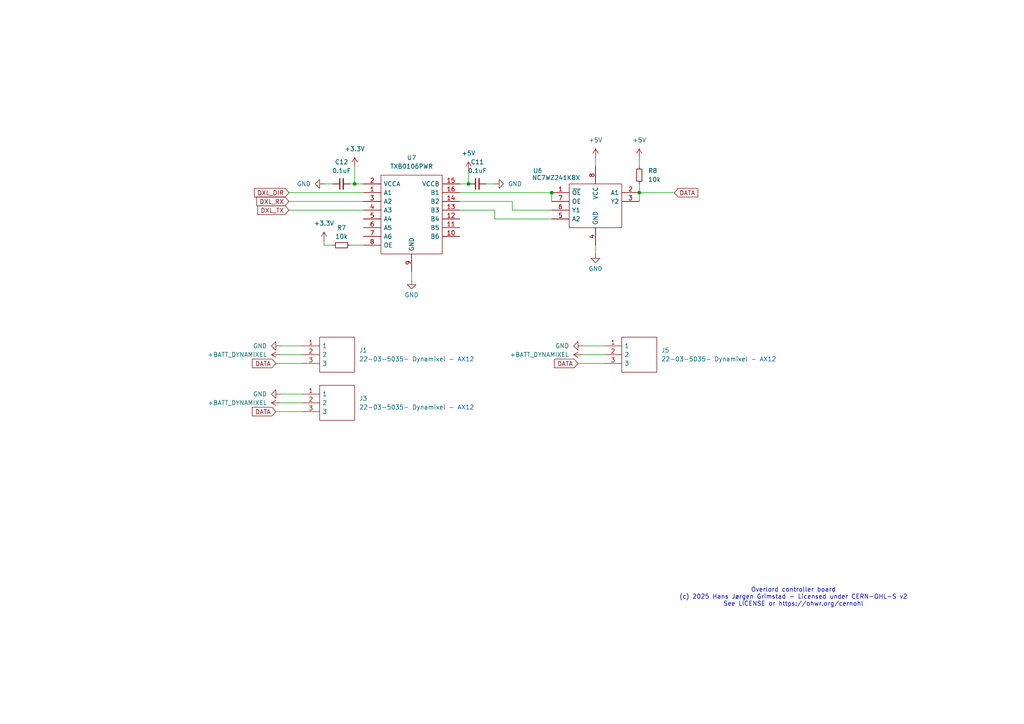
<source format=kicad_sch>
(kicad_sch (version 20231120) (generator "eeschema") (generator_version "8.0")
  (paper "A4")
  (title_block (title "Dynamixel"))
  (lib_symbols
    (symbol "Device:C_Small" (pin_numbers hide) (pin_names (offset 0.254) hide)
      (property "Reference" "C" (at 0.254 1.778 0))
      (property "Value" "C_Small" (at 0.254 -2.032 0))
      (symbol "C_Small_0_1"
        (polyline (pts (xy -1.524 -0.508) (xy 1.524 -0.508)) (stroke (width 0.3302)))
        (polyline (pts (xy -1.524 0.508) (xy 1.524 0.508)) (stroke (width 0.3048)))
      )
      (symbol "C_Small_1_1"
        (pin passive line (at 0 2.54 270) (length 2.032) (name "~") (number "1"))
        (pin passive line (at 0 -2.54 90) (length 2.032) (name "~") (number "2"))
      )
    )
    (symbol "Device:R_Small" (pin_numbers hide) (pin_names (offset 0.254) hide)
      (property "Reference" "R" (at 0.762 0.508 0))
      (property "Value" "R_Small" (at 0.762 -1.016 0))
      (symbol "R_Small_0_1"
        (rectangle (start -0.762 1.778) (end 0.762 -1.778) (stroke (width 0.2032)))
      )
      (symbol "R_Small_1_1"
        (pin passive line (at 0 2.54 270) (length 0.762) (name "~") (number "1"))
        (pin passive line (at 0 -2.54 90) (length 0.762) (name "~") (number "2"))
      )
    )
    (symbol "TimeExpander_sym:22-03-5035- Dynamixel - AX12" (pin_names (offset 0.762))
      (property "Reference" "J" (at 16.51 7.62 0))
      (property "Value" "22-03-5035- Dynamixel - AX12" (at 16.51 5.08 0))
      (symbol "22-03-5035- Dynamixel - AX12_0_0"
        (pin passive line (at 0 0 0) (length 5.08) (name "1") (number "1"))
        (pin passive line (at 0 -2.54 0) (length 5.08) (name "2") (number "2"))
        (pin passive line (at 0 -5.08 0) (length 5.08) (name "3") (number "3"))
      )
      (symbol "22-03-5035- Dynamixel - AX12_0_1"
        (polyline (pts (xy 5.08 2.54) (xy 15.24 2.54) (xy 15.24 -7.62) (xy 5.08 -7.62) (xy 5.08 2.54)) (stroke (width 0.1524)))
      )
    )
    (symbol "TimeExpander_sym:NC7WZ241K8X" (pin_names (offset 0.762))
      (property "Reference" "IC1" (at -4.064 6.35 0))
      (property "Value" "NC7WZ241K8X" (at 1.27 4.318 0))
      (symbol "NC7WZ241K8X_0_0"
        (pin passive line (at 0 0 0) (length 5.08) (name "~{OE}") (number "1"))
        (pin passive line (at 25.4 0 180) (length 5.08) (name "A1") (number "2"))
        (pin passive line (at 25.4 -2.54 180) (length 5.08) (name "Y2") (number "3"))
        (pin passive line (at 12.7 -15.24 90) (length 5.08) (name "GND") (number "4"))
        (pin passive line (at 0 -7.62 0) (length 5.08) (name "A2") (number "5"))
        (pin passive line (at 0 -5.08 0) (length 5.08) (name "Y1") (number "6"))
        (pin passive line (at 0 -2.54 0) (length 5.08) (name "OE") (number "7"))
        (pin passive line (at 12.7 7.62 270) (length 5.08) (name "VCC") (number "8"))
      )
      (symbol "NC7WZ241K8X_0_1"
        (polyline (pts (xy 5.08 2.54) (xy 20.32 2.54) (xy 20.32 -10.16) (xy 5.08 -10.16) (xy 5.08 2.54)) (stroke (width 0.1524)))
      )
    )
    (symbol "TimeExpander_sym:TXB0106PWR" (pin_names (offset 0.762))
      (property "Reference" "U7" (at 13.97 7.62 0))
      (property "Value" "TXB0106PWR" (at 13.97 5.08 0))
      (symbol "TXB0106PWR_0_0"
        (pin passive line (at 0 -2.54 0) (length 5.08) (name "A1") (number "1"))
        (pin passive line (at 27.94 -15.24 180) (length 5.08) (name "B6") (number "10"))
        (pin passive line (at 27.94 -12.7 180) (length 5.08) (name "B5") (number "11"))
        (pin passive line (at 27.94 -10.16 180) (length 5.08) (name "B4") (number "12"))
        (pin passive line (at 27.94 -7.62 180) (length 5.08) (name "B3") (number "13"))
        (pin passive line (at 27.94 -5.08 180) (length 5.08) (name "B2") (number "14"))
        (pin passive line (at 27.94 0 180) (length 5.08) (name "VCCB") (number "15"))
        (pin passive line (at 27.94 -2.54 180) (length 5.08) (name "B1") (number "16"))
        (pin passive line (at 0 0 0) (length 5.08) (name "VCCA") (number "2"))
        (pin passive line (at 0 -5.08 0) (length 5.08) (name "A2") (number "3"))
        (pin passive line (at 0 -7.62 0) (length 5.08) (name "A3") (number "4"))
        (pin passive line (at 0 -10.16 0) (length 5.08) (name "A4") (number "5"))
        (pin passive line (at 0 -12.7 0) (length 5.08) (name "A5") (number "6"))
        (pin passive line (at 0 -15.24 0) (length 5.08) (name "A6") (number "7"))
        (pin passive line (at 0 -17.78 0) (length 5.08) (name "OE") (number "8"))
        (pin passive line (at 13.97 -25.4 90) (length 5.08) (name "GND") (number "9"))
      )
      (symbol "TXB0106PWR_0_1"
        (polyline (pts (xy 5.08 2.54) (xy 22.86 2.54) (xy 22.86 -20.32) (xy 5.08 -20.32) (xy 5.08 2.54)) (stroke (width 0.1524)))
      )
    )
    (symbol "power:+3.3V" (power) (pin_numbers hide) (pin_names (offset 0) hide)
      (property "Value" "+3.3V" (at 0 3.556 0))
      (symbol "+3.3V_0_1"
        (polyline (pts (xy -0.762 1.27) (xy 0 2.54)))
        (polyline (pts (xy 0 0) (xy 0 2.54)))
        (polyline (pts (xy 0 2.54) (xy 0.762 1.27)))
      )
      (symbol "+3.3V_1_1"
        (pin power_in line (at 0 0 90) (length 0) (name "~") (number "1"))
      )
    )
    (symbol "power:+5V" (power) (pin_numbers hide) (pin_names (offset 0) hide)
      (property "Value" "+5V" (at 0 3.556 0))
      (symbol "+5V_0_1"
        (polyline (pts (xy -0.762 1.27) (xy 0 2.54)))
        (polyline (pts (xy 0 0) (xy 0 2.54)))
        (polyline (pts (xy 0 2.54) (xy 0.762 1.27)))
      )
      (symbol "+5V_1_1"
        (pin power_in line (at 0 0 90) (length 0) (name "~") (number "1"))
      )
    )
    (symbol "power:+BATT" (power) (pin_numbers hide) (pin_names (offset 0) hide)
      (property "Value" "+BATT" (at 0 3.556 0))
      (symbol "+BATT_0_1"
        (polyline (pts (xy -0.762 1.27) (xy 0 2.54)))
        (polyline (pts (xy 0 0) (xy 0 2.54)))
        (polyline (pts (xy 0 2.54) (xy 0.762 1.27)))
      )
      (symbol "+BATT_1_1"
        (pin power_in line (at 0 0 90) (length 0) (name "~") (number "1"))
      )
    )
    (symbol "power:GND" (power) (pin_numbers hide) (pin_names (offset 0) hide)
      (property "Value" "GND" (at 0 -3.81 0))
      (symbol "GND_0_1"
        (polyline (pts (xy 0 0) (xy 0 -1.27) (xy 1.27 -1.27) (xy 0 -2.54) (xy -1.27 -1.27) (xy 0 -1.27)))
      )
      (symbol "GND_1_1"
        (pin power_in line (at 0 0 270) (length 0) (name "~") (number "1"))
      )
    )
  )
  (junction (at 135.89 53.34))
  (junction (at 185.42 55.88))
  (junction (at 160.02 55.88))
  (junction (at 102.87 53.34))
  (wire (pts (xy 102.87 48.26) (xy 102.87 53.34)))
  (wire (pts (xy 168.91 100.33) (xy 175.26 100.33)))
  (wire (pts (xy 119.38 78.74) (xy 119.38 81.28)))
  (wire (pts (xy 160.02 63.5) (xy 143.51 63.5)))
  (wire (pts (xy 140.97 53.34) (xy 143.51 53.34)))
  (wire (pts (xy 167.64 105.41) (xy 175.26 105.41)))
  (wire (pts (xy 102.87 53.34) (xy 105.41 53.34)))
  (wire (pts (xy 172.72 45.72) (xy 172.72 48.26)))
  (wire (pts (xy 83.82 58.42) (xy 105.41 58.42)))
  (wire (pts (xy 83.82 60.96) (xy 105.41 60.96)))
  (wire (pts (xy 83.82 55.88) (xy 105.41 55.88)))
  (wire (pts (xy 133.35 55.88) (xy 160.02 55.88)))
  (wire (pts (xy 93.98 71.12) (xy 93.98 69.85)))
  (wire (pts (xy 160.02 55.88) (xy 160.02 58.42)))
  (wire (pts (xy 160.02 60.96) (xy 148.59 60.96)))
  (wire (pts (xy 101.6 53.34) (xy 102.87 53.34)))
  (wire (pts (xy 80.01 119.38) (xy 87.63 119.38)))
  (wire (pts (xy 81.28 114.3) (xy 87.63 114.3)))
  (wire (pts (xy 185.42 45.72) (xy 185.42 48.26)))
  (wire (pts (xy 93.98 53.34) (xy 96.52 53.34)))
  (wire (pts (xy 135.89 49.53) (xy 135.89 53.34)))
  (wire (pts (xy 185.42 55.88) (xy 185.42 58.42)))
  (wire (pts (xy 148.59 60.96) (xy 148.59 58.42)))
  (wire (pts (xy 133.35 53.34) (xy 135.89 53.34)))
  (wire (pts (xy 81.28 116.84) (xy 87.63 116.84)))
  (wire (pts (xy 148.59 58.42) (xy 133.35 58.42)))
  (wire (pts (xy 185.42 53.34) (xy 185.42 55.88)))
  (wire (pts (xy 81.28 102.87) (xy 87.63 102.87)))
  (wire (pts (xy 143.51 63.5) (xy 143.51 60.96)))
  (wire (pts (xy 185.42 55.88) (xy 195.58 55.88)))
  (wire (pts (xy 81.28 100.33) (xy 87.63 100.33)))
  (wire (pts (xy 143.51 60.96) (xy 133.35 60.96)))
  (wire (pts (xy 172.72 71.12) (xy 172.72 73.66)))
  (wire (pts (xy 101.6 71.12) (xy 105.41 71.12)))
  (wire (pts (xy 96.52 71.12) (xy 93.98 71.12)))
  (wire (pts (xy 168.91 102.87) (xy 175.26 102.87)))
  (wire (pts (xy 80.01 105.41) (xy 87.63 105.41)))
  (text "Overlord controller board\n(c) 2025 Hans Jørgen Grimstad - Licensed under CERN-OHL-S v2\nSee LICENSE or https://ohwr.org/cernohl" (at 230.124 173.228 0) (effects (font (size 1.27 1.27))))
  (global_label "DXL_RX" (shape input) (at 83.82 58.42 180) (property "Intersheetrefs" "${INTERSHEET_REFS}" (effects (hide yes))))
  (global_label "DATA" (shape input) (at 80.01 105.41 180) (property "Intersheetrefs" "${INTERSHEET_REFS}" (effects (hide yes))))
  (global_label "DXL_DIR" (shape input) (at 83.82 55.88 180) (property "Intersheetrefs" "${INTERSHEET_REFS}" (effects (hide yes))))
  (global_label "DATA" (shape input) (at 195.58 55.88 0) (property "Intersheetrefs" "${INTERSHEET_REFS}" (effects (hide yes))))
  (global_label "DXL_TX" (shape input) (at 83.82 60.96 180) (property "Intersheetrefs" "${INTERSHEET_REFS}" (effects (hide yes))))
  (global_label "DATA" (shape input) (at 167.64 105.41 180) (property "Intersheetrefs" "${INTERSHEET_REFS}" (effects (hide yes))))
  (global_label "DATA" (shape input) (at 80.01 119.38 180) (property "Intersheetrefs" "${INTERSHEET_REFS}" (effects (hide yes))))
  (symbol (lib_id "power:+5V") (at 172.72 45.72 0) (unit 1)
    (property "Reference" "#PWR043" (effects (hide yes)))
    (property "Value" "+5V" (at 172.72 40.64 0))
    (property "Description" "Power symbol creates a global label with name \"+5V\"" (effects (hide yes)))
  )
  (symbol (lib_id "Device:R_Small") (at 99.06 71.12 90) (unit 1)
    (property "Reference" "R7" (at 99.06 66.04 90))
    (property "Value" "10k" (at 99.06 68.58 90))
    (property "Footprint" "Resistor_SMD:R_0402_1005Metric" (effects (hide yes)))
    (property "Description" "Resistor, small symbol" (effects (hide yes)))
  )
  (symbol (lib_id "power:+3.3V") (at 102.87 48.26 0) (unit 1)
    (property "Reference" "#PWR048" (effects (hide yes)))
    (property "Value" "+3.3V" (at 102.87 43.18 0))
    (property "Description" "Power symbol creates a global label with name \"+3.3V\"" (effects (hide yes)))
  )
  (symbol (lib_id "Device:C_Small") (at 99.06 53.34 90) (unit 1)
    (property "Reference" "C12" (at 99.0663 46.99 90))
    (property "Value" "0.1uF" (at 99.0663 49.53 90))
    (property "Footprint" "Capacitor_SMD:C_0603_1608Metric" (effects (hide yes)))
    (property "Description" "Unpolarized capacitor, small symbol" (effects (hide yes)))
  )
  (symbol (lib_id "power:GND") (at 81.28 100.33 270) (unit 1)
    (property "Reference" "#PWR021" (effects (hide yes)))
    (property "Value" "GND" (at 77.47 100.3299 90) (effects (justify right)))
    (property "Description" "Power symbol creates a global label with name \"GND\" , ground" (effects (hide yes)))
  )
  (symbol (lib_id "power:+BATT") (at 81.28 116.84 90) (unit 1)
    (property "Reference" "#PWR036" (effects (hide yes)))
    (property "Value" "+BATT_DYNAMIXEL" (at 77.47 116.8399 90) (effects (justify left)))
    (property "Description" "Power symbol creates a global label with name \"+BATT\"" (effects (hide yes)))
  )
  (symbol (lib_id "TimeExpander_sym:TXB0106PWR") (at 105.41 53.34 0) (unit 1)
    (property "Reference" "U7" (at 119.38 45.72 0))
    (property "Value" "TXB0106PWR" (at 119.38 48.26 0))
    (property "Footprint" "TimeExpander:SOP65P640X120-16N" (effects (hide yes)))
    (property "Datasheet" "http://www.ti.com/lit/ds/symlink/txb0106.pdf" (effects (hide yes)))
    (property "Description" "6-Bit Bidirectional Voltage-Level Translator with Auto Direction Sensing and +/-15-kV ESD Protect" (effects (hide yes)))
    (property "Description_1" "6-Bit Bidirectional Voltage-Level Translator with Auto Direction Sensing and +/-15-kV ESD Protect" (effects (hide yes)))
    (property "Height" "1.2" (effects (hide yes)))
    (property "Mouser Part Number" "595-TXB0106PWR" (effects (hide yes)))
    (property "Mouser Price/Stock" "https://www.mouser.co.uk/ProductDetail/Texas-Instruments/TXB0106PWR?qs=nRD1PKnFC2EFAtrwfAB%2F4Q%3D%3D" (effects (hide yes)))
    (property "Manufacturer_Name" "Texas Instruments" (effects (hide yes)))
    (property "Manufacturer_Part_Number" "TXB0106PWR" (effects (hide yes)))
  )
  (symbol (lib_id "TimeExpander_sym:22-03-5035- Dynamixel - AX12") (at 175.26 100.33 0) (unit 1)
    (property "Reference" "J5" (at 191.77 101.5999 0) (effects (justify left)))
    (property "Value" "22-03-5035- Dynamixel - AX12" (at 191.77 104.1399 0) (effects (justify left)))
    (property "Footprint" "TimeExpander:SHDR3W60P0X250_1X3_990X490X590P" (effects (hide yes)))
    (property "Datasheet" "http://www.molex.com/pdm_docs/sd/022035035_sd.pdf" (effects (hide yes)))
    (property "Description" "Header 2.5mm SPOX,WTB,vert, shrouded, 3w Molex SPOX Series, Series Number 5267, 2.5mm Pitch 3 Way 1 Row Straight PCB Header, Solder Termination, 3A" (effects (hide yes)))
    (property "Description_1" "Header 2.5mm SPOX,WTB,vert, shrouded, 3w Molex SPOX Series, Series Number 5267, 2.5mm Pitch 3 Way 1 Row Straight PCB Header, Solder Termination, 3A" (effects (hide yes)))
    (property "Height" "5.9" (effects (hide yes)))
    (property "Mouser Part Number" "538-22-03-5035" (effects (hide yes)))
    (property "Mouser Price/Stock" "https://www.mouser.co.uk/ProductDetail/Molex/22-03-5035?qs=VKrXD49J9Ep%252Bv2WwbOoiPA%3D%3D" (effects (hide yes)))
    (property "Manufacturer_Name" "Molex" (effects (hide yes)))
    (property "Manufacturer_Part_Number" "22-03-5035" (effects (hide yes)))
  )
  (symbol (lib_id "power:GND") (at 143.51 53.34 90) (unit 1)
    (property "Reference" "#PWR049" (effects (hide yes)))
    (property "Value" "GND" (at 147.32 53.3399 90) (effects (justify right)))
    (property "Description" "Power symbol creates a global label with name \"GND\" , ground" (effects (hide yes)))
  )
  (symbol (lib_id "power:GND") (at 172.72 73.66 0) (unit 1)
    (property "Reference" "#PWR045" (effects (hide yes)))
    (property "Value" "GND" (at 172.72 77.9357 0))
    (property "Description" "Power symbol creates a global label with name \"GND\" , ground" (effects (hide yes)))
  )
  (symbol (lib_id "power:+3.3V") (at 93.98 69.85 0) (unit 1)
    (property "Reference" "#PWR051" (effects (hide yes)))
    (property "Value" "+3.3V" (at 93.98 64.77 0))
    (property "Description" "Power symbol creates a global label with name \"+3.3V\"" (effects (hide yes)))
  )
  (symbol (lib_id "TimeExpander_sym:22-03-5035- Dynamixel - AX12") (at 87.63 100.33 0) (unit 1)
    (property "Reference" "J1" (at 104.14 101.5999 0) (effects (justify left)))
    (property "Value" "22-03-5035- Dynamixel - AX12" (at 104.14 104.1399 0) (effects (justify left)))
    (property "Footprint" "TimeExpander:SHDR3W60P0X250_1X3_990X490X590P" (effects (hide yes)))
    (property "Datasheet" "http://www.molex.com/pdm_docs/sd/022035035_sd.pdf" (effects (hide yes)))
    (property "Description" "Header 2.5mm SPOX,WTB,vert, shrouded, 3w Molex SPOX Series, Series Number 5267, 2.5mm Pitch 3 Way 1 Row Straight PCB Header, Solder Termination, 3A" (effects (hide yes)))
    (property "Description_1" "Header 2.5mm SPOX,WTB,vert, shrouded, 3w Molex SPOX Series, Series Number 5267, 2.5mm Pitch 3 Way 1 Row Straight PCB Header, Solder Termination, 3A" (effects (hide yes)))
    (property "Height" "5.9" (effects (hide yes)))
    (property "Mouser Part Number" "538-22-03-5035" (effects (hide yes)))
    (property "Mouser Price/Stock" "https://www.mouser.co.uk/ProductDetail/Molex/22-03-5035?qs=VKrXD49J9Ep%252Bv2WwbOoiPA%3D%3D" (effects (hide yes)))
    (property "Manufacturer_Name" "Molex" (effects (hide yes)))
    (property "Manufacturer_Part_Number" "22-03-5035" (effects (hide yes)))
  )
  (symbol (lib_id "TimeExpander_sym:22-03-5035- Dynamixel - AX12") (at 87.63 114.3 0) (unit 1)
    (property "Reference" "J3" (at 104.14 115.5699 0) (effects (justify left)))
    (property "Value" "22-03-5035- Dynamixel - AX12" (at 104.14 118.1099 0) (effects (justify left)))
    (property "Footprint" "TimeExpander:SHDR3W60P0X250_1X3_990X490X590P" (effects (hide yes)))
    (property "Datasheet" "http://www.molex.com/pdm_docs/sd/022035035_sd.pdf" (effects (hide yes)))
    (property "Description" "Header 2.5mm SPOX,WTB,vert, shrouded, 3w Molex SPOX Series, Series Number 5267, 2.5mm Pitch 3 Way 1 Row Straight PCB Header, Solder Termination, 3A" (effects (hide yes)))
    (property "Description_1" "Header 2.5mm SPOX,WTB,vert, shrouded, 3w Molex SPOX Series, Series Number 5267, 2.5mm Pitch 3 Way 1 Row Straight PCB Header, Solder Termination, 3A" (effects (hide yes)))
    (property "Height" "5.9" (effects (hide yes)))
    (property "Mouser Part Number" "538-22-03-5035" (effects (hide yes)))
    (property "Mouser Price/Stock" "https://www.mouser.co.uk/ProductDetail/Molex/22-03-5035?qs=VKrXD49J9Ep%252Bv2WwbOoiPA%3D%3D" (effects (hide yes)))
    (property "Manufacturer_Name" "Molex" (effects (hide yes)))
    (property "Manufacturer_Part_Number" "22-03-5035" (effects (hide yes)))
  )
  (symbol (lib_id "power:+BATT") (at 168.91 102.87 90) (unit 1)
    (property "Reference" "#PWR040" (effects (hide yes)))
    (property "Value" "+BATT_DYNAMIXEL" (at 165.1 102.8699 90) (effects (justify left)))
    (property "Description" "Power symbol creates a global label with name \"+BATT\"" (effects (hide yes)))
  )
  (symbol (lib_id "power:GND") (at 119.38 81.28 0) (unit 1)
    (property "Reference" "#PWR046" (effects (hide yes)))
    (property "Value" "GND" (at 119.38 85.5557 0))
    (property "Description" "Power symbol creates a global label with name \"GND\" , ground" (effects (hide yes)))
  )
  (symbol (lib_id "power:GND") (at 168.91 100.33 270) (unit 1)
    (property "Reference" "#PWR039" (effects (hide yes)))
    (property "Value" "GND" (at 165.1 100.3299 90) (effects (justify right)))
    (property "Description" "Power symbol creates a global label with name \"GND\" , ground" (effects (hide yes)))
  )
  (symbol (lib_id "Device:C_Small") (at 138.43 53.34 90) (unit 1)
    (property "Reference" "C11" (at 138.4363 46.99 90))
    (property "Value" "0.1uF" (at 138.4363 49.53 90))
    (property "Footprint" "Capacitor_SMD:C_0603_1608Metric" (effects (hide yes)))
    (property "Description" "Unpolarized capacitor, small symbol" (effects (hide yes)))
  )
  (symbol (lib_id "power:GND") (at 93.98 53.34 270) (unit 1)
    (property "Reference" "#PWR050" (effects (hide yes)))
    (property "Value" "GND" (at 90.17 53.3399 90) (effects (justify right)))
    (property "Description" "Power symbol creates a global label with name \"GND\" , ground" (effects (hide yes)))
  )
  (symbol (lib_id "Device:R_Small") (at 185.42 50.8 0) (unit 1)
    (property "Reference" "R8" (at 187.96 49.5299 0) (effects (justify left)))
    (property "Value" "10k" (at 187.96 52.0699 0) (effects (justify left)))
    (property "Footprint" "Resistor_SMD:R_0402_1005Metric" (effects (hide yes)))
    (property "Description" "Resistor, small symbol" (effects (hide yes)))
  )
  (symbol (lib_id "TimeExpander_sym:NC7WZ241K8X") (at 160.02 55.88 0) (unit 1)
    (property "Reference" "U6" (at 155.956 49.53 0))
    (property "Value" "NC7WZ241K8X" (at 161.29 51.562 0))
    (property "Footprint" "TimeExpander:SOP50P310X90-8N" (effects (hide yes)))
    (property "Datasheet" "https://www.onsemi.com/pub/Collateral/NC7WZ241-D.PDF" (effects (hide yes)))
    (property "Description" "Patented noise/EMI reduction circuitry implemented; MicroPak Pb-Free leadless package; Outputs are overvoltage tolerant in 3-STATE mode; Power down high impedance inputs/outputs; Broad VCC Operating Range: 1.65V to 5.5V; High Output Drive; +/-24 mA at 3V VCC; Matches the performance of LCX when operated at 3.3V VCC; Space saving US8 surface mount package; Overvoltage tolerant inputs facilitate 5V to 3V translation; Ultra High Speed; tPD 2.6 ns Typ into 50 pF at 5V VCC" (effects (hide yes)))
    (property "Description_1" "Patented noise/EMI reduction circuitry implemented; MicroPak Pb-Free leadless package; Outputs are overvoltage tolerant in 3-STATE mode; Power down high impedance inputs/outputs; Broad VCC Operating Range: 1.65V to 5.5V; High Output Drive; +/-24 mA at 3V VCC; Matches the performance of LCX when operated at 3.3V VCC; Space saving US8 surface mount package; Overvoltage tolerant inputs facilitate 5V to 3V translation; Ultra High Speed; tPD 2.6 ns Typ into 50 pF at 5V VCC" (effects (hide yes)))
    (property "Height" "0.9" (effects (hide yes)))
    (property "Mouser Part Number" "512-NC7WZ241K8X" (effects (hide yes)))
    (property "Mouser Price/Stock" "https://www.mouser.co.uk/ProductDetail/ON-Semiconductor-Fairchild/NC7WZ241K8X?qs=MA%252B40jw2YMo9oG31N%252Bvd7A%3D%3D" (effects (hide yes)))
    (property "Manufacturer_Name" "onsemi" (effects (hide yes)))
    (property "Manufacturer_Part_Number" "NC7WZ241K8X" (effects (hide yes)))
  )
  (symbol (lib_id "power:+BATT") (at 81.28 102.87 90) (unit 1)
    (property "Reference" "#PWR031" (effects (hide yes)))
    (property "Value" "+BATT_DYNAMIXEL" (at 77.47 102.8699 90) (effects (justify left)))
    (property "Description" "Power symbol creates a global label with name \"+BATT\"" (effects (hide yes)))
  )
  (symbol (lib_id "power:GND") (at 81.28 114.3 270) (unit 1)
    (property "Reference" "#PWR035" (effects (hide yes)))
    (property "Value" "GND" (at 77.47 114.2999 90) (effects (justify right)))
    (property "Description" "Power symbol creates a global label with name \"GND\" , ground" (effects (hide yes)))
  )
  (symbol (lib_id "power:+5V") (at 185.42 45.72 0) (unit 1)
    (property "Reference" "#PWR044" (effects (hide yes)))
    (property "Value" "+5V" (at 185.42 40.64 0))
    (property "Description" "Power symbol creates a global label with name \"+5V\"" (effects (hide yes)))
  )
  (symbol (lib_id "power:+5V") (at 135.89 49.53 0) (unit 1)
    (property "Reference" "#PWR047" (effects (hide yes)))
    (property "Value" "+5V" (at 135.89 44.45 0))
    (property "Description" "Power symbol creates a global label with name \"+5V\"" (effects (hide yes)))
  )
)
</source>
